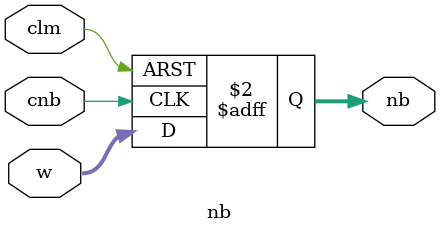
<source format=v>
/*
	Block number register (NB)

	document: 12-006368-01-8A
	unit:     P-R3-2
	pages:    2-63
*/

module nb(
	input [12:15] w,
	input cnb,
	input clm,
	output reg [0:3] nb
);

	always @ (negedge cnb, posedge clm) begin
		if (clm) nb <= 4'd0;
		else nb <= w[12:15];
	end

endmodule

// vim: tabstop=2 shiftwidth=2 autoindent noexpandtab

</source>
